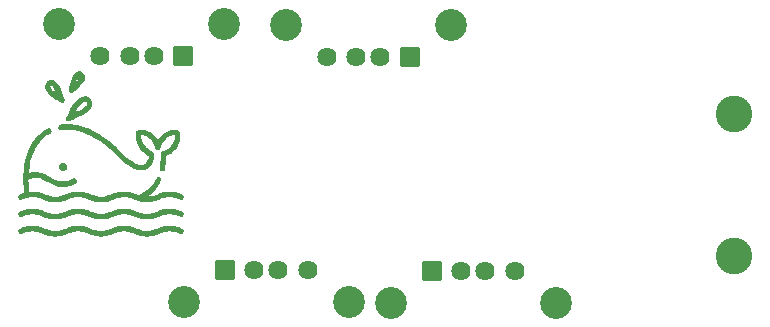
<source format=gbs>
G04 Layer: BottomSolderMaskLayer*
G04 EasyEDA v6.5.42, 2024-06-30 20:06:19*
G04 5c971d247c204a0cbf4ce5a758ce79e0,41c0ee39f02341fa96e3cac8100f2332,10*
G04 Gerber Generator version 0.2*
G04 Scale: 100 percent, Rotated: No, Reflected: No *
G04 Dimensions in millimeters *
G04 leading zeros omitted , absolute positions ,4 integer and 5 decimal *
%FSLAX45Y45*%
%MOMM*%

%AMMACRO1*1,1,$1,$2,$3*1,1,$1,$4,$5*1,1,$1,0-$2,0-$3*1,1,$1,0-$4,0-$5*20,1,$1,$2,$3,$4,$5,0*20,1,$1,$4,$5,0-$2,0-$3,0*20,1,$1,0-$2,0-$3,0-$4,0-$5,0*20,1,$1,0-$4,0-$5,$2,$3,0*4,1,4,$2,$3,$4,$5,0-$2,0-$3,0-$4,0-$5,$2,$3,0*%
%ADD10C,3.1000*%
%ADD11C,2.7016*%
%ADD12C,1.6256*%
%ADD13MACRO1,0.1016X-0.762X0.762X0.762X0.762*%
%ADD14MACRO1,0.1016X0.762X-0.762X-0.762X-0.762*%
%ADD15C,0.0179*%

%LPD*%
G36*
X2455265Y5080762D02*
G01*
X2444292Y5077866D01*
X2442260Y5077815D01*
X2430526Y5071414D01*
X2424480Y5066944D01*
X2412847Y5054650D01*
X2406040Y5044490D01*
X2403449Y5039969D01*
X2398166Y5029657D01*
X2391460Y5014214D01*
X2383885Y4992624D01*
X2432354Y4992624D01*
X2432354Y4994808D01*
X2439822Y5012080D01*
X2444292Y5019395D01*
X2446020Y5021326D01*
X2446020Y5022494D01*
X2452522Y5029962D01*
X2457602Y5032248D01*
X2458974Y5032248D01*
X2460396Y5029352D01*
X2459482Y5025237D01*
X2456586Y5019395D01*
X2448458Y5007610D01*
X2433726Y4991709D01*
X2432354Y4992624D01*
X2383885Y4992624D01*
X2378913Y4974539D01*
X2369566Y4934102D01*
X2367940Y4919980D01*
X2369616Y4911394D01*
X2372918Y4905959D01*
X2378049Y4901539D01*
X2384450Y4898440D01*
X2395270Y4898440D01*
X2402636Y4902504D01*
X2406700Y4905400D01*
X2412187Y4910378D01*
X2419705Y4916322D01*
X2448610Y4941570D01*
X2458669Y4950866D01*
X2483002Y4977485D01*
X2492502Y4990998D01*
X2500731Y5006848D01*
X2500731Y5009083D01*
X2502865Y5013502D01*
X2504948Y5025237D01*
X2505608Y5034076D01*
X2502916Y5047335D01*
X2499258Y5055412D01*
X2497328Y5059070D01*
X2489911Y5067960D01*
X2480564Y5074716D01*
X2477109Y5076647D01*
X2468219Y5079441D01*
X2459329Y5080558D01*
G37*
G36*
X2220112Y5009337D02*
G01*
X2214626Y5008778D01*
X2202992Y5006746D01*
X2190699Y5000396D01*
X2184552Y4995113D01*
X2179523Y4989982D01*
X2173274Y4979924D01*
X2170074Y4970830D01*
X2167839Y4963414D01*
X2167176Y4950866D01*
X2211578Y4950866D01*
X2211578Y4954371D01*
X2214321Y4960162D01*
X2215997Y4960213D01*
X2218740Y4960823D01*
X2223058Y4959654D01*
X2231847Y4951323D01*
X2245817Y4930749D01*
X2262124Y4896764D01*
X2262124Y4893259D01*
X2261362Y4893259D01*
X2246071Y4905654D01*
X2242667Y4909108D01*
X2234438Y4916373D01*
X2226513Y4924552D01*
X2216810Y4937506D01*
X2214168Y4942890D01*
X2211578Y4950866D01*
X2167176Y4950866D01*
X2166975Y4947310D01*
X2168347Y4939233D01*
X2170633Y4929682D01*
X2172665Y4924552D01*
X2178862Y4912156D01*
X2188514Y4898085D01*
X2205075Y4879949D01*
X2212594Y4873802D01*
X2213254Y4872990D01*
X2224176Y4863338D01*
X2256332Y4839970D01*
X2259736Y4838141D01*
X2265222Y4834432D01*
X2294940Y4816094D01*
X2296058Y4816094D01*
X2306015Y4810810D01*
X2313076Y4810099D01*
X2319629Y4812284D01*
X2326081Y4817059D01*
X2330653Y4823612D01*
X2332736Y4833366D01*
X2331059Y4844288D01*
X2325725Y4857038D01*
X2325725Y4858816D01*
X2323084Y4864252D01*
X2320086Y4872329D01*
X2317496Y4878374D01*
X2317496Y4879543D01*
X2309469Y4899507D01*
X2308453Y4903216D01*
X2306574Y4906111D01*
X2306574Y4907940D01*
X2289962Y4945126D01*
X2281885Y4960264D01*
X2272741Y4974539D01*
X2258466Y4991150D01*
X2247849Y4999736D01*
X2238552Y5004409D01*
X2233523Y5007254D01*
X2227630Y5007406D01*
G37*
G36*
X2505151Y4869484D02*
G01*
X2492857Y4868824D01*
X2485390Y4866081D01*
X2482748Y4866081D01*
X2470302Y4859985D01*
X2459329Y4853381D01*
X2437485Y4834585D01*
X2422347Y4817211D01*
X2414727Y4807966D01*
X2397810Y4784090D01*
X2380538Y4756150D01*
X2366239Y4729378D01*
X2419350Y4729378D01*
X2419350Y4732274D01*
X2424176Y4739589D01*
X2424176Y4740859D01*
X2426868Y4743551D01*
X2426868Y4744669D01*
X2436114Y4759096D01*
X2448915Y4777486D01*
X2450490Y4778959D01*
X2460244Y4791456D01*
X2472334Y4804105D01*
X2480005Y4810556D01*
X2487371Y4815636D01*
X2492146Y4818380D01*
X2502255Y4821986D01*
X2509266Y4821834D01*
X2512771Y4820716D01*
X2516073Y4818837D01*
X2519172Y4815789D01*
X2522677Y4807610D01*
X2521915Y4802378D01*
X2519781Y4797348D01*
X2515209Y4789982D01*
X2507792Y4781905D01*
X2497226Y4773066D01*
X2489454Y4767630D01*
X2466898Y4752848D01*
X2423109Y4730953D01*
X2419350Y4729378D01*
X2366239Y4729378D01*
X2359914Y4717186D01*
X2357170Y4712766D01*
X2351074Y4701032D01*
X2345283Y4688535D01*
X2342997Y4679137D01*
X2345029Y4669180D01*
X2350008Y4662068D01*
X2356662Y4657394D01*
X2365756Y4655616D01*
X2376525Y4658004D01*
X2377998Y4659274D01*
X2383485Y4661154D01*
X2386177Y4663135D01*
X2388260Y4663135D01*
X2393391Y4666081D01*
X2394966Y4666081D01*
X2400554Y4668875D01*
X2430627Y4681880D01*
X2464562Y4698441D01*
X2465273Y4698441D01*
X2489098Y4711293D01*
X2499664Y4717592D01*
X2516784Y4728870D01*
X2517444Y4729734D01*
X2530449Y4739843D01*
X2544724Y4753965D01*
X2556154Y4769408D01*
X2563063Y4784648D01*
X2565806Y4792929D01*
X2566466Y4816703D01*
X2563622Y4825644D01*
X2563622Y4827676D01*
X2557526Y4840478D01*
X2552446Y4847336D01*
X2543759Y4856429D01*
X2536190Y4861306D01*
X2533192Y4862982D01*
X2526334Y4865878D01*
X2518816Y4868570D01*
G37*
G36*
X2365705Y4633518D02*
G01*
X2330145Y4632960D01*
X2319883Y4631537D01*
X2298700Y4630115D01*
X2290673Y4627067D01*
X2288946Y4625187D01*
X2285034Y4621631D01*
X2282291Y4617212D01*
X2279904Y4610608D01*
X2279954Y4602480D01*
X2283002Y4593437D01*
X2287879Y4587748D01*
X2294585Y4583379D01*
X2318512Y4583531D01*
X2342489Y4585462D01*
X2373884Y4584496D01*
X2397150Y4583074D01*
X2406700Y4580839D01*
X2412187Y4580839D01*
X2447036Y4573676D01*
X2454554Y4571898D01*
X2474417Y4566005D01*
X2482596Y4563160D01*
X2485339Y4563110D01*
X2490825Y4560265D01*
X2493264Y4560214D01*
X2498598Y4557268D01*
X2501036Y4557217D01*
X2506522Y4554372D01*
X2508554Y4554270D01*
X2514041Y4551476D01*
X2515870Y4551426D01*
X2534564Y4542739D01*
X2537968Y4541672D01*
X2540660Y4539640D01*
X2542387Y4539640D01*
X2557119Y4532172D01*
X2582418Y4518761D01*
X2596743Y4510176D01*
X2598826Y4508754D01*
X2604262Y4505858D01*
X2606344Y4504385D01*
X2614320Y4499559D01*
X2648000Y4476800D01*
X2648712Y4475988D01*
X2664460Y4464659D01*
X2678785Y4453991D01*
X2717088Y4422800D01*
X2721864Y4418279D01*
X2729738Y4411624D01*
X2745486Y4397806D01*
X2773832Y4371086D01*
X2825089Y4320082D01*
X2835351Y4310532D01*
X2852420Y4295800D01*
X2869488Y4282389D01*
X2891383Y4267657D01*
X2916682Y4254449D01*
X2923336Y4251452D01*
X2925572Y4251401D01*
X2931058Y4248556D01*
X2933750Y4248505D01*
X2937865Y4246168D01*
X2946755Y4244035D01*
X2956306Y4242511D01*
X2967939Y4240022D01*
X2989122Y4240276D01*
X3013811Y4246067D01*
X3016504Y4247692D01*
X3029356Y4253636D01*
X3044647Y4264609D01*
X3058363Y4278985D01*
X3068574Y4292955D01*
X3077362Y4309872D01*
X3080258Y4316476D01*
X3081274Y4320184D01*
X3082290Y4321657D01*
X3083966Y4327296D01*
X3085846Y4331208D01*
X3085947Y4334865D01*
X3087928Y4340758D01*
X3090976Y4355490D01*
X3090926Y4378248D01*
X3088589Y4382973D01*
X3088589Y4385157D01*
X3085541Y4390542D01*
X3080105Y4397146D01*
X3065729Y4405833D01*
X3056128Y4411065D01*
X3044139Y4419447D01*
X3032760Y4428388D01*
X3030016Y4431182D01*
X3021279Y4439259D01*
X3008985Y4453382D01*
X3004870Y4458411D01*
X2995066Y4473854D01*
X2993847Y4475327D01*
X2985414Y4493869D01*
X2979318Y4515764D01*
X2978912Y4536338D01*
X2997352Y4536795D01*
X3010306Y4533646D01*
X3014421Y4532376D01*
X3020568Y4530039D01*
X3024886Y4527854D01*
X3026257Y4527854D01*
X3032912Y4523994D01*
X3038348Y4520539D01*
X3041802Y4518710D01*
X3046780Y4515002D01*
X3057499Y4506214D01*
X3069691Y4493666D01*
X3082798Y4475835D01*
X3088233Y4466488D01*
X3091332Y4459376D01*
X3091332Y4457395D01*
X3099460Y4438548D01*
X3100374Y4431233D01*
X3104997Y4420666D01*
X3111754Y4414164D01*
X3120948Y4410811D01*
X3127248Y4411522D01*
X3132023Y4413961D01*
X3136798Y4417669D01*
X3143300Y4428185D01*
X3143351Y4430471D01*
X3145993Y4436364D01*
X3146094Y4438548D01*
X3148736Y4444441D01*
X3148787Y4446625D01*
X3151428Y4452518D01*
X3151479Y4454144D01*
X3155645Y4463542D01*
X3158947Y4469434D01*
X3159963Y4471619D01*
X3166821Y4482642D01*
X3174238Y4492193D01*
X3186023Y4504740D01*
X3193643Y4511700D01*
X3204464Y4519066D01*
X3212338Y4524095D01*
X3219653Y4527854D01*
X3220720Y4527854D01*
X3226358Y4530699D01*
X3233420Y4533747D01*
X3236772Y4533747D01*
X3245053Y4536592D01*
X3265271Y4538116D01*
X3266440Y4536338D01*
X3265779Y4522368D01*
X3263442Y4506214D01*
X3260852Y4497730D01*
X3260801Y4495901D01*
X3258159Y4490008D01*
X3258159Y4488230D01*
X3251809Y4475327D01*
X3250336Y4473295D01*
X3243630Y4460798D01*
X3229762Y4443628D01*
X3226358Y4439869D01*
X3212693Y4428134D01*
X3205835Y4422851D01*
X3182620Y4410252D01*
X3179572Y4410252D01*
X3172612Y4407306D01*
X3170580Y4407306D01*
X3164840Y4404512D01*
X3160471Y4403547D01*
X3158845Y4401413D01*
X3157169Y4401413D01*
X3150057Y4394098D01*
X3146044Y4384852D01*
X3145282Y4338574D01*
X3143961Y4327550D01*
X3142589Y4302506D01*
X3140456Y4287113D01*
X3137509Y4269435D01*
X3137458Y4248861D01*
X3139998Y4243933D01*
X3145536Y4237431D01*
X3152292Y4233773D01*
X3164535Y4233773D01*
X3172510Y4238142D01*
X3178149Y4245203D01*
X3179673Y4251045D01*
X3180892Y4252671D01*
X3182315Y4267657D01*
X3183585Y4271213D01*
X3184956Y4285640D01*
X3186379Y4290771D01*
X3187750Y4316476D01*
X3189224Y4325315D01*
X3189681Y4361891D01*
X3190494Y4362704D01*
X3201568Y4366869D01*
X3221888Y4377283D01*
X3226358Y4380484D01*
X3229762Y4382312D01*
X3240024Y4389932D01*
X3253028Y4400905D01*
X3266490Y4415028D01*
X3279698Y4432655D01*
X3287877Y4445914D01*
X3292297Y4454702D01*
X3298494Y4468368D01*
X3304743Y4487824D01*
X3307334Y4496612D01*
X3307334Y4500270D01*
X3309975Y4512056D01*
X3311651Y4537811D01*
X3309975Y4553610D01*
X3306876Y4563059D01*
X3304641Y4566818D01*
X3304641Y4567986D01*
X3298240Y4575810D01*
X3292805Y4579518D01*
X3286607Y4583023D01*
X3277768Y4584547D01*
X3275584Y4585766D01*
X3259836Y4586630D01*
X3246831Y4585360D01*
X3235248Y4583633D01*
X3224276Y4580737D01*
X3214725Y4577689D01*
X3208883Y4574946D01*
X3207461Y4574946D01*
X3195828Y4569053D01*
X3195218Y4569053D01*
X3180537Y4559858D01*
X3172358Y4554118D01*
X3165043Y4547717D01*
X3164128Y4547666D01*
X3152495Y4535881D01*
X3140151Y4522825D01*
X3123793Y4499203D01*
X3121761Y4499254D01*
X3111398Y4514291D01*
X3110128Y4516729D01*
X3099663Y4528972D01*
X3092297Y4537049D01*
X3086912Y4542078D01*
X3073044Y4553966D01*
X3057499Y4564634D01*
X3031439Y4577232D01*
X3016504Y4580890D01*
X3006902Y4583734D01*
X2978200Y4585309D01*
X2970834Y4583734D01*
X2965196Y4583684D01*
X2949498Y4580331D01*
X2943809Y4576470D01*
X2938932Y4571085D01*
X2937357Y4565751D01*
X2936138Y4564075D01*
X2934766Y4551121D01*
X2933242Y4544771D01*
X2933954Y4517237D01*
X2936748Y4500321D01*
X2941472Y4481931D01*
X2943656Y4477512D01*
X2943707Y4476292D01*
X2945892Y4470908D01*
X2953359Y4454702D01*
X2963824Y4437075D01*
X2967228Y4432960D01*
X2972714Y4425188D01*
X2980080Y4415739D01*
X2998012Y4396994D01*
X3024022Y4375912D01*
X3041802Y4365142D01*
X3045714Y4362094D01*
X3044952Y4352290D01*
X3042107Y4345635D01*
X3042107Y4343247D01*
X3039262Y4335627D01*
X3032912Y4321657D01*
X3030016Y4316933D01*
X3021939Y4307078D01*
X3011627Y4298086D01*
X2996285Y4290415D01*
X2980994Y4288028D01*
X2962503Y4289755D01*
X2957017Y4291126D01*
X2948127Y4293920D01*
X2935833Y4298594D01*
X2924200Y4304538D01*
X2917139Y4308398D01*
X2903016Y4317085D01*
X2887268Y4328566D01*
X2872943Y4339793D01*
X2870860Y4341876D01*
X2862681Y4348784D01*
X2838145Y4372254D01*
X2803347Y4406950D01*
X2775153Y4433468D01*
X2763570Y4443679D01*
X2760827Y4446371D01*
X2753309Y4452518D01*
X2752598Y4453432D01*
X2730500Y4472381D01*
X2709164Y4489297D01*
X2701188Y4495901D01*
X2658262Y4526838D01*
X2630932Y4544720D01*
X2626817Y4547006D01*
X2620670Y4550816D01*
X2608376Y4557826D01*
X2601518Y4562144D01*
X2572512Y4577283D01*
X2546705Y4589627D01*
X2545638Y4589627D01*
X2528265Y4597806D01*
X2523591Y4599127D01*
X2512009Y4603699D01*
X2507132Y4605020D01*
X2503119Y4607255D01*
X2501087Y4607306D01*
X2494229Y4610049D01*
X2472334Y4616297D01*
X2464460Y4619040D01*
X2461564Y4619040D01*
X2451150Y4621885D01*
X2426563Y4627168D01*
X2411526Y4628642D01*
X2406700Y4630064D01*
G37*
G36*
X2205736Y4598466D02*
G01*
X2192070Y4598060D01*
X2183841Y4593640D01*
X2164740Y4582312D01*
X2159965Y4579924D01*
X2159254Y4578908D01*
X2131923Y4558944D01*
X2128164Y4555134D01*
X2112111Y4540961D01*
X2084933Y4511344D01*
X2077059Y4500321D01*
X2074011Y4496612D01*
X2066340Y4485589D01*
X2049881Y4459122D01*
X2039416Y4439259D01*
X2024938Y4407662D01*
X2024938Y4406341D01*
X2022348Y4400296D01*
X2016607Y4384852D01*
X2014016Y4378604D01*
X2013966Y4376064D01*
X2011324Y4370171D01*
X2011222Y4367225D01*
X2008581Y4361332D01*
X2008479Y4358386D01*
X2005838Y4352544D01*
X2005787Y4349292D01*
X2004263Y4345178D01*
X1998065Y4320895D01*
X1990039Y4278172D01*
X1988667Y4262069D01*
X1987397Y4256938D01*
X1985873Y4239768D01*
X1984552Y4234891D01*
X1983232Y4204004D01*
X1981555Y4185615D01*
X1981758Y4140758D01*
X1983892Y4099610D01*
X1986584Y4076090D01*
X1988870Y4052163D01*
X1983587Y4049725D01*
X1975357Y4047185D01*
X1956917Y4039565D01*
X1951431Y4036568D01*
X1946351Y4032910D01*
X1943303Y4027576D01*
X1941575Y4023512D01*
X1940153Y4023512D01*
X1940153Y4008831D01*
X1941575Y4008831D01*
X1943303Y4004767D01*
X1946351Y3999433D01*
X1955495Y3993134D01*
X1965401Y3992422D01*
X1977288Y3996486D01*
X1980844Y3998518D01*
X1982673Y3998518D01*
X1986991Y4000652D01*
X1993138Y4003090D01*
X2000656Y4004919D01*
X2008174Y4007256D01*
X2019858Y4010304D01*
X2024735Y4010304D01*
X2039620Y4013250D01*
X2079294Y4013200D01*
X2086813Y4011726D01*
X2103882Y4008882D01*
X2123033Y4003852D01*
X2137359Y3998315D01*
X2143252Y3995572D01*
X2144674Y3995572D01*
X2148992Y3993438D01*
X2160625Y3988917D01*
X2163368Y3987546D01*
X2172919Y3983939D01*
X2182520Y3980840D01*
X2184450Y3980891D01*
X2193442Y3977995D01*
X2202027Y3975709D01*
X2215692Y3974185D01*
X2219401Y3972661D01*
X2244039Y3971239D01*
X2261108Y3971239D01*
X2286406Y3972661D01*
X2290114Y3974185D01*
X2303780Y3975709D01*
X2319883Y3980332D01*
X2334971Y3984345D01*
X2339340Y3986733D01*
X2340864Y3986733D01*
X2345182Y3988917D01*
X2353767Y3992219D01*
X2361133Y3995572D01*
X2362606Y3995572D01*
X2368448Y3998315D01*
X2382774Y4003852D01*
X2398674Y4007916D01*
X2403297Y4009491D01*
X2416302Y4011066D01*
X2421737Y4012742D01*
X2447036Y4013606D01*
X2470962Y4012742D01*
X2476449Y4011066D01*
X2489200Y4009491D01*
X2497632Y4007256D01*
X2505151Y4004919D01*
X2512669Y4003090D01*
X2518816Y4000652D01*
X2523134Y3998518D01*
X2524760Y3998518D01*
X2529078Y3996385D01*
X2540711Y3991864D01*
X2543454Y3990492D01*
X2555036Y3985971D01*
X2559354Y3983786D01*
X2561488Y3983786D01*
X2568041Y3981399D01*
X2587193Y3976420D01*
X2612491Y3972102D01*
X2640177Y3970883D01*
X2667863Y3972102D01*
X2693162Y3976420D01*
X2712262Y3981399D01*
X2718816Y3983786D01*
X2720949Y3983786D01*
X2725267Y3985971D01*
X2736900Y3990492D01*
X2739644Y3991864D01*
X2751277Y3996385D01*
X2755544Y3998518D01*
X2757220Y3998518D01*
X2761488Y4000652D01*
X2767634Y4003090D01*
X2775153Y4004919D01*
X2782671Y4007256D01*
X2794355Y4010304D01*
X2799791Y4010304D01*
X2809341Y4012641D01*
X2833268Y4013606D01*
X2858566Y4012742D01*
X2864053Y4011066D01*
X2877058Y4009491D01*
X2881680Y4007916D01*
X2897530Y4003852D01*
X2911906Y3998315D01*
X2917748Y3995572D01*
X2919222Y3995572D01*
X2923540Y3993438D01*
X2933750Y3989527D01*
X2939643Y3986733D01*
X2941269Y3986733D01*
X2945180Y3984548D01*
X2967278Y3978097D01*
X2980486Y3974998D01*
X2984500Y3974998D01*
X2998012Y3971848D01*
X3053384Y3971747D01*
X3073908Y3975100D01*
X3085236Y3977944D01*
X3088284Y3977894D01*
X3106115Y3983786D01*
X3108553Y3983786D01*
X3112871Y3985971D01*
X3124504Y3990441D01*
X3128111Y3992626D01*
X3129940Y3992676D01*
X3135426Y3995521D01*
X3137103Y3995572D01*
X3142945Y3998315D01*
X3157321Y4003852D01*
X3176422Y4008882D01*
X3201060Y4013200D01*
X3240684Y4013250D01*
X3255568Y4010304D01*
X3260496Y4010304D01*
X3272129Y4007256D01*
X3279648Y4004919D01*
X3287166Y4003090D01*
X3293364Y4000652D01*
X3297631Y3998518D01*
X3299510Y3998518D01*
X3303066Y3996486D01*
X3314903Y3992422D01*
X3324809Y3993134D01*
X3333953Y3999433D01*
X3337051Y4004767D01*
X3338728Y4008831D01*
X3340150Y4008831D01*
X3340150Y4023512D01*
X3338728Y4023512D01*
X3337051Y4027576D01*
X3333953Y4032910D01*
X3328873Y4036517D01*
X3323945Y4039666D01*
X3322269Y4039666D01*
X3317951Y4041800D01*
X3306318Y4046321D01*
X3303574Y4047845D01*
X3271418Y4056634D01*
X3258667Y4058158D01*
X3255060Y4059682D01*
X3229762Y4060951D01*
X3222904Y4061663D01*
X3192830Y4060190D01*
X3177794Y4057396D01*
X3169615Y4056532D01*
X3140202Y4048353D01*
X3134360Y4045559D01*
X3132886Y4045559D01*
X3128568Y4043426D01*
X3102610Y4033012D01*
X3099866Y4031640D01*
X3089503Y4027932D01*
X3087573Y4027932D01*
X3078683Y4025137D01*
X3069132Y4022750D01*
X3057499Y4021226D01*
X3052724Y4019905D01*
X3037535Y4018889D01*
X3035147Y4020362D01*
X3051352Y4031843D01*
X3060242Y4039412D01*
X3065322Y4043070D01*
X3081426Y4057650D01*
X3107486Y4085640D01*
X3126130Y4110939D01*
X3140456Y4134154D01*
X3151784Y4156964D01*
X3151835Y4172661D01*
X3148939Y4176826D01*
X3148025Y4179722D01*
X3142132Y4184700D01*
X3138830Y4186580D01*
X3131159Y4188409D01*
X3122117Y4186682D01*
X3116986Y4183075D01*
X3115614Y4181805D01*
X3111449Y4176826D01*
X3098088Y4151833D01*
X3085134Y4131970D01*
X3071876Y4115054D01*
X3050692Y4092397D01*
X3029661Y4074210D01*
X3006242Y4057700D01*
X2980232Y4042867D01*
X2955645Y4031538D01*
X2940608Y4037533D01*
X2937865Y4038904D01*
X2926232Y4043426D01*
X2921965Y4045559D01*
X2920492Y4045559D01*
X2914650Y4048353D01*
X2885236Y4056532D01*
X2877718Y4057396D01*
X2861970Y4060190D01*
X2833979Y4061612D01*
X2805277Y4060190D01*
X2794711Y4058005D01*
X2783382Y4056634D01*
X2773832Y4054195D01*
X2766974Y4052011D01*
X2751277Y4047845D01*
X2748534Y4046321D01*
X2736900Y4041851D01*
X2734157Y4040479D01*
X2723896Y4036568D01*
X2718054Y4033824D01*
X2716377Y4033774D01*
X2712974Y4031894D01*
X2701340Y4028033D01*
X2682189Y4022648D01*
X2669895Y4021277D01*
X2665120Y4019448D01*
X2615234Y4019448D01*
X2610408Y4021277D01*
X2598115Y4022648D01*
X2578963Y4028033D01*
X2567381Y4031894D01*
X2563926Y4033774D01*
X2562250Y4033824D01*
X2556408Y4036568D01*
X2544826Y4041140D01*
X2543454Y4041851D01*
X2531821Y4046321D01*
X2529078Y4047845D01*
X2509926Y4053078D01*
X2506522Y4054195D01*
X2496972Y4056634D01*
X2485593Y4058005D01*
X2475077Y4060190D01*
X2446375Y4061612D01*
X2418334Y4060190D01*
X2403297Y4057396D01*
X2395118Y4056532D01*
X2365705Y4048353D01*
X2359863Y4045559D01*
X2358390Y4045559D01*
X2354072Y4043426D01*
X2342438Y4038904D01*
X2338171Y4036771D01*
X2336495Y4036771D01*
X2332228Y4034586D01*
X2316480Y4028440D01*
X2300579Y4024426D01*
X2295956Y4022801D01*
X2283104Y4021277D01*
X2276856Y4019448D01*
X2229002Y4019448D01*
X2222754Y4021277D01*
X2209850Y4022801D01*
X2205228Y4024426D01*
X2189327Y4028440D01*
X2173630Y4034586D01*
X2169312Y4036771D01*
X2167483Y4036822D01*
X2161997Y4039615D01*
X2159965Y4039717D01*
X2154478Y4042562D01*
X2152446Y4042664D01*
X2146960Y4045508D01*
X2144877Y4045610D01*
X2139442Y4048455D01*
X2137359Y4048506D01*
X2133447Y4050690D01*
X2124557Y4052265D01*
X2122322Y4053484D01*
X2112518Y4055110D01*
X2108962Y4056583D01*
X2090877Y4059580D01*
X2066950Y4061155D01*
X2033625Y4060647D01*
X2032609Y4064304D01*
X2031085Y4075328D01*
X2029612Y4095191D01*
X2028291Y4101084D01*
X2026970Y4137863D01*
X2025599Y4162044D01*
X2028342Y4165041D01*
X2037943Y4168648D01*
X2043734Y4171238D01*
X2054504Y4174947D01*
X2057400Y4174947D01*
X2066950Y4177893D01*
X2091588Y4179468D01*
X2095703Y4178655D01*
X2110536Y4177182D01*
X2127148Y4172000D01*
X2129485Y4172051D01*
X2141880Y4166158D01*
X2143404Y4166158D01*
X2148992Y4163364D01*
X2220925Y4124960D01*
X2222601Y4124960D01*
X2226259Y4122826D01*
X2247138Y4113225D01*
X2248814Y4113174D01*
X2254300Y4110329D01*
X2256688Y4110278D01*
X2261819Y4107891D01*
X2280920Y4102912D01*
X2298039Y4099915D01*
X2317851Y4098290D01*
X2340406Y4099915D01*
X2354783Y4102252D01*
X2361488Y4104386D01*
X2366060Y4104386D01*
X2384145Y4110482D01*
X2390546Y4113225D01*
X2393035Y4113276D01*
X2398522Y4116120D01*
X2400300Y4116171D01*
X2405329Y4118965D01*
X2421077Y4126585D01*
X2430932Y4131818D01*
X2436418Y4137456D01*
X2439974Y4145178D01*
X2440686Y4154728D01*
X2437892Y4163263D01*
X2432253Y4170527D01*
X2423820Y4175150D01*
X2411526Y4174490D01*
X2375357Y4157319D01*
X2373020Y4157319D01*
X2365705Y4154576D01*
X2349296Y4149851D01*
X2341778Y4148582D01*
X2324709Y4146753D01*
X2316480Y4146702D01*
X2294585Y4148582D01*
X2285746Y4151223D01*
X2278227Y4152900D01*
X2270658Y4155135D01*
X2266391Y4157319D01*
X2264511Y4157370D01*
X2259076Y4160215D01*
X2257196Y4160265D01*
X2236520Y4170730D01*
X2167331Y4207306D01*
X2165756Y4207306D01*
X2160625Y4210253D01*
X2158796Y4210253D01*
X2155139Y4212437D01*
X2145588Y4215993D01*
X2135327Y4219295D01*
X2128012Y4222038D01*
X2124354Y4222038D01*
X2116175Y4224324D01*
X2099767Y4226560D01*
X2075840Y4226814D01*
X2053285Y4223613D01*
X2030171Y4217111D01*
X2028189Y4216704D01*
X2028850Y4224578D01*
X2035505Y4278071D01*
X2036470Y4284522D01*
X2041448Y4309160D01*
X2047392Y4333900D01*
X2049525Y4339691D01*
X2049576Y4342231D01*
X2052218Y4348124D01*
X2052320Y4351070D01*
X2054961Y4356912D01*
X2055063Y4359859D01*
X2057704Y4365752D01*
X2057755Y4367987D01*
X2059584Y4370882D01*
X2061311Y4376572D01*
X2063191Y4380484D01*
X2063191Y4381703D01*
X2069490Y4396638D01*
X2077161Y4413554D01*
X2090470Y4438700D01*
X2094992Y4445660D01*
X2100072Y4453991D01*
X2104288Y4460341D01*
X2120442Y4481931D01*
X2142185Y4505604D01*
X2158593Y4520082D01*
X2159304Y4521149D01*
X2183180Y4538675D01*
X2207107Y4552442D01*
X2215134Y4558741D01*
X2218740Y4564278D01*
X2220569Y4568698D01*
X2221738Y4576419D01*
X2218842Y4586325D01*
X2214981Y4592066D01*
X2211933Y4594402D01*
G37*
G36*
X2312670Y4307332D02*
G01*
X2304491Y4303572D01*
X2297328Y4298238D01*
X2294178Y4294428D01*
X2288082Y4284522D01*
X2286609Y4276039D01*
X2287270Y4261256D01*
X2290572Y4254754D01*
X2294178Y4248861D01*
X2296668Y4245711D01*
X2303678Y4240530D01*
X2310993Y4236466D01*
X2328113Y4236466D01*
X2335580Y4240580D01*
X2343810Y4247235D01*
X2349652Y4256379D01*
X2353056Y4266844D01*
X2353005Y4276039D01*
X2351786Y4281220D01*
X2349957Y4286351D01*
X2343150Y4297222D01*
X2334310Y4303877D01*
X2326741Y4307230D01*
G37*
G36*
X3222904Y3916527D02*
G01*
X3198977Y3916070D01*
X3179165Y3913124D01*
X3163468Y3910177D01*
X3148431Y3905758D01*
X3140252Y3903726D01*
X3137458Y3902252D01*
X3125876Y3897731D01*
X3123133Y3896360D01*
X3111500Y3891889D01*
X3108756Y3890467D01*
X3091688Y3883964D01*
X3082798Y3881628D01*
X3070606Y3877919D01*
X3066135Y3877919D01*
X3052013Y3874770D01*
X3002788Y3874770D01*
X2988716Y3877919D01*
X2984195Y3877919D01*
X2975610Y3880865D01*
X2973070Y3880865D01*
X2965196Y3883609D01*
X2959760Y3885133D01*
X2950159Y3889044D01*
X2946095Y3890416D01*
X2943352Y3891889D01*
X2931718Y3896360D01*
X2928975Y3897731D01*
X2917342Y3902252D01*
X2914599Y3903726D01*
X2906420Y3905758D01*
X2891383Y3910177D01*
X2875686Y3913124D01*
X2856534Y3916172D01*
X2811424Y3916172D01*
X2775864Y3910126D01*
X2767990Y3907332D01*
X2765247Y3907332D01*
X2757424Y3904640D01*
X2751937Y3903065D01*
X2745790Y3900678D01*
X2743047Y3899306D01*
X2725978Y3892346D01*
X2718460Y3889501D01*
X2712567Y3886758D01*
X2710942Y3886758D01*
X2706928Y3884523D01*
X2690418Y3880358D01*
X2683002Y3877919D01*
X2678531Y3877919D01*
X2664460Y3874770D01*
X2615895Y3874770D01*
X2601772Y3877919D01*
X2597353Y3877919D01*
X2589936Y3880358D01*
X2573375Y3884523D01*
X2569413Y3886758D01*
X2567736Y3886758D01*
X2561894Y3889501D01*
X2554376Y3892346D01*
X2528417Y3903065D01*
X2522931Y3904640D01*
X2515057Y3907332D01*
X2512364Y3907332D01*
X2504490Y3910126D01*
X2488082Y3913124D01*
X2468930Y3916172D01*
X2423820Y3916172D01*
X2404668Y3913124D01*
X2388920Y3910177D01*
X2376982Y3906672D01*
X2365756Y3903726D01*
X2362962Y3902252D01*
X2349957Y3897071D01*
X2348636Y3896360D01*
X2337003Y3891889D01*
X2334260Y3890416D01*
X2330145Y3889044D01*
X2320594Y3885184D01*
X2308301Y3881424D01*
X2294585Y3878021D01*
X2284374Y3876548D01*
X2277516Y3874820D01*
X2228291Y3874770D01*
X2214168Y3877919D01*
X2209749Y3877919D01*
X2200960Y3880662D01*
X2188667Y3883964D01*
X2171547Y3890467D01*
X2168804Y3891889D01*
X2157222Y3896360D01*
X2154478Y3897731D01*
X2142845Y3902252D01*
X2140102Y3903726D01*
X2125776Y3907485D01*
X2116886Y3910177D01*
X2095703Y3913987D01*
X2081987Y3916172D01*
X2036876Y3916172D01*
X2017775Y3913124D01*
X2001367Y3910126D01*
X1993493Y3907332D01*
X1990750Y3907332D01*
X1982876Y3904640D01*
X1977440Y3903065D01*
X1971293Y3900678D01*
X1968550Y3899306D01*
X1956917Y3894785D01*
X1952142Y3892296D01*
X1946910Y3888333D01*
X1943201Y3882694D01*
X1941575Y3878681D01*
X1940153Y3878681D01*
X1940153Y3864711D01*
X1941372Y3864711D01*
X1943150Y3859936D01*
X1946656Y3854754D01*
X1948688Y3852976D01*
X1955546Y3848760D01*
X1962657Y3847744D01*
X1971446Y3849268D01*
X1975357Y3851452D01*
X1977440Y3851503D01*
X1982876Y3854348D01*
X1984552Y3854399D01*
X1990394Y3857193D01*
X1999996Y3860190D01*
X2017775Y3864762D01*
X2027986Y3866286D01*
X2040331Y3868674D01*
X2077212Y3868674D01*
X2092960Y3866083D01*
X2108657Y3863086D01*
X2116531Y3860292D01*
X2119071Y3860292D01*
X2129840Y3856583D01*
X2132584Y3855212D01*
X2144217Y3850690D01*
X2148535Y3848506D01*
X2150160Y3848506D01*
X2154478Y3846372D01*
X2167483Y3841140D01*
X2168804Y3840378D01*
X2181809Y3836619D01*
X2190699Y3833825D01*
X2192731Y3833825D01*
X2201418Y3830878D01*
X2206548Y3830878D01*
X2219401Y3828034D01*
X2244699Y3826103D01*
X2261108Y3826103D01*
X2286406Y3828034D01*
X2299258Y3830878D01*
X2304389Y3830878D01*
X2313076Y3833825D01*
X2315210Y3833825D01*
X2337003Y3840378D01*
X2339746Y3841851D01*
X2351328Y3846372D01*
X2354072Y3847744D01*
X2364333Y3851656D01*
X2370175Y3854399D01*
X2371648Y3854399D01*
X2375966Y3856583D01*
X2386736Y3860292D01*
X2389276Y3860292D01*
X2397150Y3863086D01*
X2412847Y3866083D01*
X2428595Y3868674D01*
X2464155Y3868724D01*
X2488082Y3864711D01*
X2502763Y3861054D01*
X2515412Y3857193D01*
X2521254Y3854399D01*
X2522931Y3854348D01*
X2528417Y3851503D01*
X2530246Y3851452D01*
X2534564Y3849319D01*
X2546197Y3844798D01*
X2550464Y3842664D01*
X2552039Y3842664D01*
X2556256Y3840327D01*
X2563266Y3838143D01*
X2576576Y3834536D01*
X2586329Y3831539D01*
X2597048Y3830218D01*
X2607005Y3828034D01*
X2632303Y3826103D01*
X2648000Y3826103D01*
X2673299Y3828034D01*
X2683256Y3830218D01*
X2694025Y3831539D01*
X2724099Y3840327D01*
X2728264Y3842664D01*
X2729839Y3842664D01*
X2734157Y3844798D01*
X2745790Y3849319D01*
X2750108Y3851452D01*
X2751937Y3851503D01*
X2757424Y3854348D01*
X2759100Y3854399D01*
X2764942Y3857142D01*
X2772460Y3859784D01*
X2792272Y3864711D01*
X2816199Y3868724D01*
X2851759Y3868674D01*
X2867456Y3866083D01*
X2883204Y3863086D01*
X2891028Y3860292D01*
X2893618Y3860292D01*
X2904388Y3856583D01*
X2908706Y3854399D01*
X2910128Y3854399D01*
X2915970Y3851656D01*
X2926232Y3847744D01*
X2928975Y3846372D01*
X2940608Y3841851D01*
X2943352Y3840378D01*
X2965094Y3833825D01*
X2967278Y3833825D01*
X2975914Y3830878D01*
X2981045Y3830878D01*
X2993948Y3828034D01*
X3019196Y3826103D01*
X3035604Y3826103D01*
X3060903Y3828034D01*
X3073806Y3830878D01*
X3078886Y3830878D01*
X3087573Y3833825D01*
X3089656Y3833825D01*
X3098495Y3836619D01*
X3111500Y3840378D01*
X3114243Y3841851D01*
X3125876Y3846372D01*
X3128568Y3847744D01*
X3138830Y3851656D01*
X3144672Y3854399D01*
X3146145Y3854399D01*
X3150463Y3856583D01*
X3161233Y3860292D01*
X3163773Y3860292D01*
X3171647Y3863086D01*
X3187395Y3866083D01*
X3203092Y3868674D01*
X3240024Y3868674D01*
X3252317Y3866286D01*
X3262579Y3864762D01*
X3280359Y3860190D01*
X3289909Y3857193D01*
X3295751Y3854399D01*
X3297428Y3854348D01*
X3302914Y3851503D01*
X3304946Y3851452D01*
X3308858Y3849268D01*
X3317697Y3847744D01*
X3324809Y3848760D01*
X3331616Y3852976D01*
X3333699Y3854754D01*
X3337153Y3859936D01*
X3338982Y3864711D01*
X3340150Y3864711D01*
X3340150Y3878681D01*
X3338779Y3878681D01*
X3337102Y3882694D01*
X3333445Y3888333D01*
X3328873Y3891787D01*
X3323437Y3894785D01*
X3311804Y3899306D01*
X3309061Y3900678D01*
X3302914Y3903065D01*
X3297428Y3904640D01*
X3289554Y3907332D01*
X3287166Y3907332D01*
X3278327Y3910228D01*
X3263595Y3913225D01*
X3259175Y3913276D01*
X3249574Y3915562D01*
G37*
G36*
X3233166Y3771900D02*
G01*
X3199688Y3771442D01*
X3183280Y3769004D01*
X3166872Y3766159D01*
X3161385Y3764584D01*
X3152495Y3762451D01*
X3147060Y3760419D01*
X3141980Y3759504D01*
X3138170Y3757371D01*
X3136341Y3757371D01*
X3132023Y3755237D01*
X3120390Y3750665D01*
X3116072Y3748532D01*
X3114395Y3748532D01*
X3108756Y3745788D01*
X3101238Y3742944D01*
X3095802Y3740404D01*
X3082086Y3736644D01*
X3073247Y3733800D01*
X3070250Y3733850D01*
X3056839Y3731006D01*
X3032912Y3729075D01*
X3021939Y3729075D01*
X2998063Y3731006D01*
X2984601Y3733850D01*
X2981502Y3733850D01*
X2959049Y3740404D01*
X2956306Y3741877D01*
X2942539Y3747465D01*
X2940405Y3748532D01*
X2938780Y3748532D01*
X2934462Y3750665D01*
X2922828Y3755237D01*
X2918510Y3757371D01*
X2916682Y3757371D01*
X2912872Y3759504D01*
X2907792Y3760419D01*
X2899613Y3763060D01*
X2887980Y3766159D01*
X2855163Y3771646D01*
X2812796Y3771646D01*
X2776270Y3765550D01*
X2769717Y3763365D01*
X2763570Y3761638D01*
X2755392Y3759657D01*
X2740304Y3753662D01*
X2737561Y3752240D01*
X2727350Y3748328D01*
X2721457Y3745585D01*
X2720035Y3745585D01*
X2715717Y3743451D01*
X2708198Y3740556D01*
X2702052Y3738575D01*
X2684932Y3733901D01*
X2669235Y3730955D01*
X2646680Y3729126D01*
X2633675Y3729126D01*
X2611120Y3730955D01*
X2595372Y3733850D01*
X2573528Y3739896D01*
X2567686Y3742639D01*
X2566009Y3742690D01*
X2560523Y3745534D01*
X2558846Y3745585D01*
X2553004Y3748328D01*
X2542743Y3752240D01*
X2540000Y3753662D01*
X2524963Y3759657D01*
X2516784Y3761638D01*
X2510637Y3763365D01*
X2504084Y3765550D01*
X2483967Y3769055D01*
X2467559Y3771646D01*
X2425192Y3771646D01*
X2392375Y3766159D01*
X2380742Y3763060D01*
X2372563Y3760419D01*
X2367483Y3759504D01*
X2363673Y3757371D01*
X2361793Y3757371D01*
X2357475Y3755237D01*
X2348788Y3751834D01*
X2341575Y3748532D01*
X2339949Y3748532D01*
X2335631Y3746398D01*
X2323998Y3741877D01*
X2321255Y3740404D01*
X2305558Y3736238D01*
X2299004Y3733850D01*
X2295753Y3733850D01*
X2282291Y3731006D01*
X2258364Y3729075D01*
X2247442Y3729075D01*
X2223516Y3731006D01*
X2210104Y3733850D01*
X2207107Y3733800D01*
X2198217Y3736644D01*
X2184552Y3740404D01*
X2181809Y3741877D01*
X2171547Y3745788D01*
X2165959Y3748532D01*
X2164232Y3748532D01*
X2159965Y3750665D01*
X2151227Y3754069D01*
X2144014Y3757371D01*
X2142185Y3757371D01*
X2138324Y3759504D01*
X2133295Y3760419D01*
X2127808Y3762451D01*
X2118918Y3764584D01*
X2113483Y3766159D01*
X2097074Y3769055D01*
X2079955Y3771646D01*
X2038248Y3771646D01*
X2001774Y3765550D01*
X1995220Y3763365D01*
X1981504Y3759758D01*
X1965807Y3753612D01*
X1961489Y3751478D01*
X1959914Y3751478D01*
X1952142Y3747566D01*
X1946249Y3742791D01*
X1943252Y3737864D01*
X1941575Y3733850D01*
X1940153Y3733850D01*
X1940153Y3719880D01*
X1941372Y3719880D01*
X1943150Y3715105D01*
X1948383Y3708196D01*
X1954174Y3704590D01*
X1962150Y3702812D01*
X1971293Y3704539D01*
X1977136Y3707384D01*
X1978812Y3707434D01*
X1984248Y3710279D01*
X1986076Y3710330D01*
X1990394Y3712514D01*
X1997913Y3714800D01*
X2005431Y3716731D01*
X2012950Y3719068D01*
X2029358Y3722065D01*
X2052777Y3724300D01*
X2066950Y3724249D01*
X2093620Y3721404D01*
X2103221Y3719169D01*
X2106066Y3719118D01*
X2127808Y3712718D01*
X2134971Y3709568D01*
X2142845Y3706571D01*
X2145588Y3705199D01*
X2157222Y3700729D01*
X2159965Y3699306D01*
X2166112Y3696919D01*
X2177694Y3692855D01*
X2183841Y3691077D01*
X2192731Y3688943D01*
X2197912Y3686759D01*
X2201621Y3686810D01*
X2216658Y3683965D01*
X2228291Y3682390D01*
X2252929Y3680764D01*
X2276957Y3682288D01*
X2289149Y3683965D01*
X2304186Y3686810D01*
X2307894Y3686759D01*
X2313076Y3688943D01*
X2321966Y3691077D01*
X2328113Y3692855D01*
X2339746Y3696919D01*
X2345893Y3699306D01*
X2348636Y3700729D01*
X2360218Y3705199D01*
X2362962Y3706571D01*
X2370836Y3709568D01*
X2377998Y3712718D01*
X2399893Y3719017D01*
X2407412Y3720033D01*
X2410561Y3721354D01*
X2439517Y3724249D01*
X2453030Y3724300D01*
X2476449Y3722065D01*
X2492857Y3719068D01*
X2500376Y3716731D01*
X2515412Y3712514D01*
X2519730Y3710330D01*
X2521356Y3710330D01*
X2525674Y3708146D01*
X2537307Y3703675D01*
X2540000Y3702253D01*
X2551633Y3697782D01*
X2554376Y3696411D01*
X2563266Y3693210D01*
X2573832Y3690467D01*
X2585821Y3686759D01*
X2589428Y3686759D01*
X2603601Y3683965D01*
X2616606Y3682288D01*
X2640177Y3680764D01*
X2663748Y3682288D01*
X2676753Y3683965D01*
X2690876Y3686759D01*
X2694533Y3686759D01*
X2703423Y3689604D01*
X2717088Y3693210D01*
X2725978Y3696411D01*
X2728671Y3697782D01*
X2740304Y3702253D01*
X2743047Y3703675D01*
X2754680Y3708146D01*
X2758998Y3710330D01*
X2760624Y3710330D01*
X2764942Y3712514D01*
X2772460Y3714800D01*
X2779979Y3716731D01*
X2787497Y3719068D01*
X2803906Y3722065D01*
X2827324Y3724300D01*
X2840786Y3724249D01*
X2869742Y3721354D01*
X2872943Y3720033D01*
X2880461Y3719017D01*
X2902305Y3712718D01*
X2907131Y3710482D01*
X2917342Y3706571D01*
X2920085Y3705199D01*
X2931718Y3700729D01*
X2934462Y3699306D01*
X2940608Y3696919D01*
X2952242Y3692855D01*
X2958388Y3691077D01*
X2967278Y3688943D01*
X2972409Y3686759D01*
X2976168Y3686810D01*
X2991205Y3683965D01*
X3003346Y3682288D01*
X3027426Y3680764D01*
X3052013Y3682390D01*
X3063646Y3683965D01*
X3078683Y3686810D01*
X3082442Y3686759D01*
X3087573Y3688943D01*
X3096463Y3691077D01*
X3102610Y3692855D01*
X3114243Y3696919D01*
X3120390Y3699306D01*
X3123133Y3700729D01*
X3134766Y3705199D01*
X3137458Y3706571D01*
X3145332Y3709568D01*
X3152495Y3712718D01*
X3165500Y3716375D01*
X3174288Y3719118D01*
X3177133Y3719169D01*
X3186684Y3721404D01*
X3213354Y3724249D01*
X3227527Y3724300D01*
X3250946Y3722065D01*
X3267354Y3719068D01*
X3274872Y3716731D01*
X3289909Y3712514D01*
X3294227Y3710330D01*
X3296056Y3710279D01*
X3301542Y3707434D01*
X3303219Y3707384D01*
X3309061Y3704539D01*
X3318154Y3702812D01*
X3326129Y3704590D01*
X3331921Y3708196D01*
X3337204Y3715105D01*
X3338982Y3719880D01*
X3340150Y3719880D01*
X3340150Y3733850D01*
X3338779Y3733850D01*
X3337102Y3737864D01*
X3334054Y3742791D01*
X3328212Y3747566D01*
X3320186Y3751478D01*
X3318814Y3751478D01*
X3314547Y3753612D01*
X3298799Y3759758D01*
X3285134Y3763365D01*
X3278581Y3765550D01*
X3250285Y3770223D01*
X3242056Y3771392D01*
G37*
D10*
G01*
X7999399Y4714798D03*
G01*
X7999399Y3514801D03*
D11*
G01*
X3338601Y3128390D03*
G01*
X4738598Y3128390D03*
D12*
G01*
X4388586Y3399383D03*
G01*
X4138599Y3399383D03*
G01*
X3938600Y3399383D03*
D13*
G01*
X3688588Y3399396D03*
D11*
G01*
X5091201Y3115690D03*
G01*
X6491198Y3115690D03*
D12*
G01*
X6141186Y3386683D03*
G01*
X5891199Y3386683D03*
G01*
X5691200Y3386683D03*
D13*
G01*
X5441188Y3386696D03*
D11*
G01*
X3684498Y5482209D03*
G01*
X2284501Y5482209D03*
D12*
G01*
X2634513Y5211216D03*
G01*
X2884500Y5211216D03*
G01*
X3084499Y5211216D03*
D14*
G01*
X3334511Y5211203D03*
D11*
G01*
X5602198Y5469509D03*
G01*
X4202201Y5469509D03*
D12*
G01*
X4552213Y5198516D03*
G01*
X4802200Y5198516D03*
G01*
X5002199Y5198516D03*
D14*
G01*
X5252211Y5198503D03*
M02*

</source>
